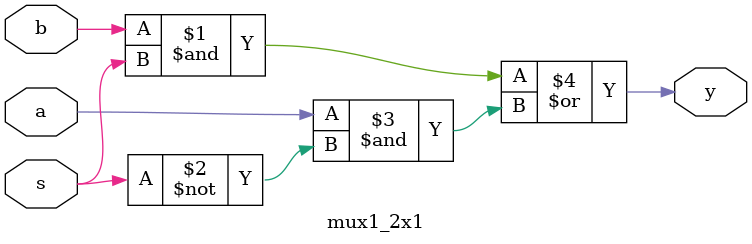
<source format=v>
`timescale 1ns / 1ps

module mux1_2x1(a,b,s,y);
input a,b,s;
output y;
assign y=(b&s)|(a&(~s));
endmodule
</source>
